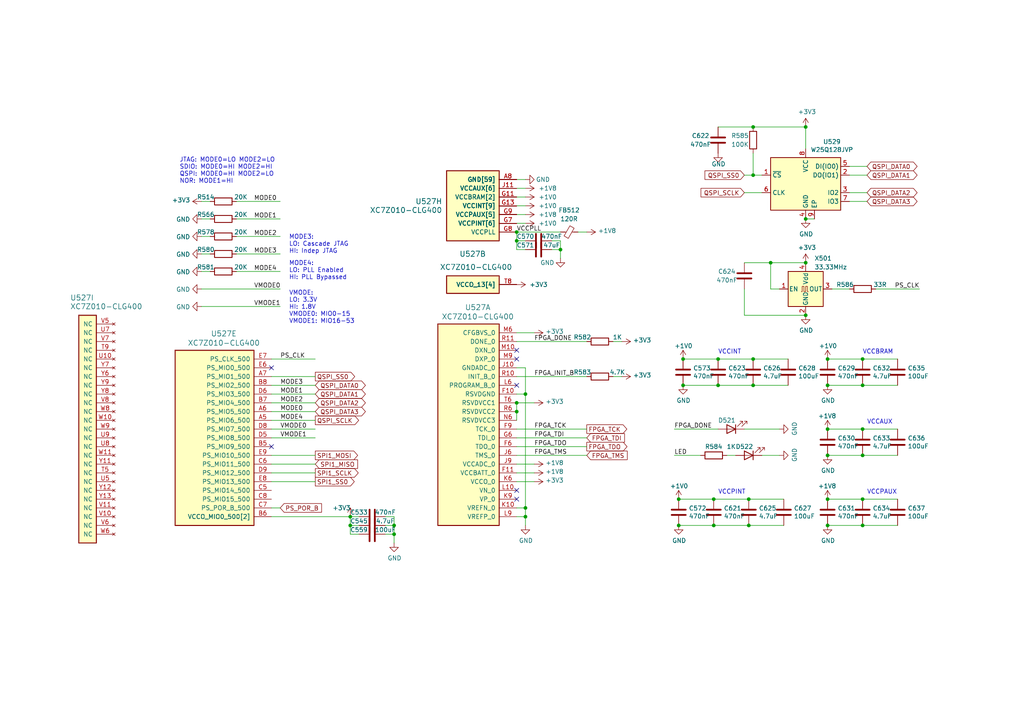
<source format=kicad_sch>
(kicad_sch (version 20231120) (generator "eeschema") (generator_version "8.0")
  (paper "A4")
  (junction (at 207.01 152.4))
  (junction (at 218.44 50.8) (diameter 0.9144))
  (junction (at 250.19 124.46))
  (junction (at 233.68 63.5) (diameter 0.9144))
  (junction (at 218.44 104.14))
  (junction (at 149.86 67.31))
  (junction (at 240.03 132.08))
  (junction (at 233.68 36.83))
  (junction (at 217.17 152.4))
  (junction (at 240.03 111.76))
  (junction (at 240.03 124.46))
  (junction (at 250.19 111.76))
  (junction (at 250.19 104.14))
  (junction (at 240.03 152.4))
  (junction (at 152.4 114.3))
  (junction (at 250.19 144.78))
  (junction (at 152.4 149.86))
  (junction (at 198.12 111.76))
  (junction (at 198.12 104.14))
  (junction (at 152.4 147.32))
  (junction (at 149.86 69.85))
  (junction (at 250.19 152.4))
  (junction (at 162.56 72.39))
  (junction (at 149.86 119.38))
  (junction (at 218.44 36.83) (diameter 0.9144))
  (junction (at 218.44 111.76))
  (junction (at 207.01 144.78))
  (junction (at 114.3 152.4))
  (junction (at 233.68 76.2))
  (junction (at 223.52 76.2))
  (junction (at 240.03 104.14))
  (junction (at 208.28 111.76))
  (junction (at 196.85 152.4))
  (junction (at 233.68 91.44))
  (junction (at 217.17 144.78))
  (junction (at 240.03 144.78))
  (junction (at 250.19 132.08))
  (junction (at 208.28 104.14))
  (junction (at 149.86 116.84))
  (junction (at 101.6 152.4))
  (junction (at 101.6 149.86))
  (junction (at 196.85 144.78))
  (junction (at 114.3 154.94))
  (no_connect (at 78.74 129.54))
  (no_connect (at 149.86 101.6))
  (no_connect (at 149.86 144.78))
  (no_connect (at 149.86 111.76))
  (no_connect (at 78.74 106.68))
  (no_connect (at 149.86 104.14))
  (no_connect (at 149.86 142.24))
  (wire (pts (xy 246.38 48.26) (xy 251.46 48.26)))
  (wire (pts (xy 170.18 129.54) (xy 149.86 129.54)))
  (wire (pts (xy 218.44 36.83) (xy 233.68 36.83)))
  (wire (pts (xy 215.9 76.2) (xy 223.52 76.2)))
  (wire (pts (xy 152.4 147.32) (xy 152.4 149.86)))
  (wire (pts (xy 223.52 76.2) (xy 233.68 76.2)))
  (wire (pts (xy 149.86 67.31) (xy 162.56 67.31)))
  (wire (pts (xy 170.18 99.06) (xy 149.86 99.06)))
  (wire (pts (xy 246.38 50.8) (xy 251.46 50.8)))
  (wire (pts (xy 60.96 63.5) (xy 58.42 63.5)))
  (wire (pts (xy 218.44 111.76) (xy 228.6 111.76)))
  (wire (pts (xy 240.03 124.46) (xy 250.19 124.46)))
  (wire (pts (xy 91.44 124.46) (xy 78.74 124.46)))
  (wire (pts (xy 240.03 104.14) (xy 250.19 104.14)))
  (wire (pts (xy 152.4 106.68) (xy 152.4 114.3)))
  (wire (pts (xy 58.42 83.82) (xy 81.28 83.82)))
  (wire (pts (xy 78.74 147.32) (xy 81.28 147.32)))
  (wire (pts (xy 208.28 104.14) (xy 218.44 104.14)))
  (wire (pts (xy 180.34 109.22) (xy 177.8 109.22)))
  (wire (pts (xy 60.96 78.74) (xy 58.42 78.74)))
  (wire (pts (xy 236.22 63.5) (xy 233.68 63.5)))
  (wire (pts (xy 196.85 144.78) (xy 207.01 144.78)))
  (wire (pts (xy 240.03 144.78) (xy 250.19 144.78)))
  (wire (pts (xy 101.6 152.4) (xy 101.6 154.94)))
  (wire (pts (xy 198.12 111.76) (xy 208.28 111.76)))
  (wire (pts (xy 111.76 152.4) (xy 114.3 152.4)))
  (wire (pts (xy 149.86 62.23) (xy 152.4 62.23)))
  (wire (pts (xy 58.42 58.42) (xy 60.96 58.42)))
  (wire (pts (xy 149.86 137.16) (xy 154.94 137.16)))
  (wire (pts (xy 149.86 119.38) (xy 149.86 116.84)))
  (wire (pts (xy 210.82 132.08) (xy 213.36 132.08)))
  (wire (pts (xy 149.86 114.3) (xy 152.4 114.3)))
  (wire (pts (xy 246.38 83.82) (xy 241.3 83.82)))
  (wire (pts (xy 160.02 72.39) (xy 162.56 72.39)))
  (wire (pts (xy 240.03 111.76) (xy 250.19 111.76)))
  (wire (pts (xy 149.86 57.15) (xy 152.4 57.15)))
  (wire (pts (xy 149.86 139.7) (xy 154.94 139.7)))
  (wire (pts (xy 208.28 36.83) (xy 218.44 36.83)))
  (wire (pts (xy 68.58 78.74) (xy 81.28 78.74)))
  (wire (pts (xy 218.44 50.8) (xy 220.98 50.8)))
  (wire (pts (xy 78.74 134.62) (xy 91.44 134.62)))
  (wire (pts (xy 104.14 152.4) (xy 101.6 152.4)))
  (wire (pts (xy 91.44 111.76) (xy 78.74 111.76)))
  (wire (pts (xy 250.19 132.08) (xy 260.35 132.08)))
  (wire (pts (xy 215.9 83.82) (xy 215.9 91.44)))
  (wire (pts (xy 149.86 59.69) (xy 152.4 59.69)))
  (wire (pts (xy 91.44 104.14) (xy 78.74 104.14)))
  (wire (pts (xy 58.42 68.58) (xy 60.96 68.58)))
  (wire (pts (xy 170.18 109.22) (xy 149.86 109.22)))
  (wire (pts (xy 78.74 139.7) (xy 91.44 139.7)))
  (wire (pts (xy 250.19 124.46) (xy 260.35 124.46)))
  (wire (pts (xy 162.56 69.85) (xy 162.56 72.39)))
  (wire (pts (xy 207.01 152.4) (xy 217.17 152.4)))
  (wire (pts (xy 149.86 52.07) (xy 152.4 52.07)))
  (wire (pts (xy 215.9 91.44) (xy 233.68 91.44)))
  (wire (pts (xy 149.86 121.92) (xy 149.86 119.38)))
  (wire (pts (xy 91.44 127) (xy 78.74 127)))
  (wire (pts (xy 58.42 88.9) (xy 81.28 88.9)))
  (wire (pts (xy 180.34 99.06) (xy 177.8 99.06)))
  (wire (pts (xy 170.18 132.08) (xy 149.86 132.08)))
  (wire (pts (xy 240.03 132.08) (xy 250.19 132.08)))
  (wire (pts (xy 215.9 55.88) (xy 220.98 55.88)))
  (wire (pts (xy 149.86 69.85) (xy 149.86 72.39)))
  (wire (pts (xy 149.86 69.85) (xy 152.4 69.85)))
  (wire (pts (xy 78.74 132.08) (xy 91.44 132.08)))
  (wire (pts (xy 68.58 63.5) (xy 81.28 63.5)))
  (wire (pts (xy 220.98 132.08) (xy 226.06 132.08)))
  (wire (pts (xy 233.68 43.18) (xy 233.68 36.83)))
  (wire (pts (xy 246.38 58.42) (xy 251.46 58.42)))
  (wire (pts (xy 114.3 152.4) (xy 114.3 154.94)))
  (wire (pts (xy 196.85 152.4) (xy 207.01 152.4)))
  (wire (pts (xy 101.6 152.4) (xy 101.6 149.86)))
  (wire (pts (xy 91.44 121.92) (xy 78.74 121.92)))
  (wire (pts (xy 160.02 69.85) (xy 162.56 69.85)))
  (wire (pts (xy 215.9 50.8) (xy 218.44 50.8)))
  (wire (pts (xy 111.76 149.86) (xy 114.3 149.86)))
  (wire (pts (xy 162.56 72.39) (xy 162.56 74.93)))
  (wire (pts (xy 240.03 152.4) (xy 250.19 152.4)))
  (wire (pts (xy 218.44 44.45) (xy 218.44 50.8)))
  (wire (pts (xy 152.4 114.3) (xy 152.4 147.32)))
  (wire (pts (xy 114.3 154.94) (xy 114.3 157.48)))
  (wire (pts (xy 78.74 137.16) (xy 91.44 137.16)))
  (wire (pts (xy 149.86 134.62) (xy 154.94 134.62)))
  (wire (pts (xy 111.76 154.94) (xy 114.3 154.94)))
  (wire (pts (xy 217.17 152.4) (xy 227.33 152.4)))
  (wire (pts (xy 149.86 116.84) (xy 154.94 116.84)))
  (wire (pts (xy 101.6 149.86) (xy 104.14 149.86)))
  (wire (pts (xy 170.18 124.46) (xy 149.86 124.46)))
  (wire (pts (xy 149.86 147.32) (xy 152.4 147.32)))
  (wire (pts (xy 218.44 104.14) (xy 228.6 104.14)))
  (wire (pts (xy 217.17 144.78) (xy 227.33 144.78)))
  (wire (pts (xy 195.58 124.46) (xy 208.28 124.46)))
  (wire (pts (xy 58.42 73.66) (xy 60.96 73.66)))
  (wire (pts (xy 207.01 144.78) (xy 217.17 144.78)))
  (wire (pts (xy 167.64 67.31) (xy 170.18 67.31)))
  (wire (pts (xy 223.52 83.82) (xy 226.06 83.82)))
  (wire (pts (xy 250.19 144.78) (xy 260.35 144.78)))
  (wire (pts (xy 149.86 106.68) (xy 152.4 106.68)))
  (wire (pts (xy 223.52 76.2) (xy 223.52 83.82)))
  (wire (pts (xy 68.58 58.42) (xy 81.28 58.42)))
  (wire (pts (xy 152.4 149.86) (xy 152.4 152.4)))
  (wire (pts (xy 68.58 68.58) (xy 81.28 68.58)))
  (wire (pts (xy 114.3 149.86) (xy 114.3 152.4)))
  (wire (pts (xy 250.19 152.4) (xy 260.35 152.4)))
  (wire (pts (xy 215.9 124.46) (xy 226.06 124.46)))
  (wire (pts (xy 198.12 104.14) (xy 208.28 104.14)))
  (wire (pts (xy 170.18 127) (xy 149.86 127)))
  (wire (pts (xy 149.86 96.52) (xy 154.94 96.52)))
  (wire (pts (xy 149.86 54.61) (xy 152.4 54.61)))
  (wire (pts (xy 91.44 114.3) (xy 78.74 114.3)))
  (wire (pts (xy 91.44 119.38) (xy 78.74 119.38)))
  (wire (pts (xy 91.44 109.22) (xy 78.74 109.22)))
  (wire (pts (xy 246.38 55.88) (xy 251.46 55.88)))
  (wire (pts (xy 149.86 149.86) (xy 152.4 149.86)))
  (wire (pts (xy 101.6 154.94) (xy 104.14 154.94)))
  (wire (pts (xy 266.7 83.82) (xy 254 83.82)))
  (wire (pts (xy 149.86 72.39) (xy 152.4 72.39)))
  (wire (pts (xy 149.86 67.31) (xy 149.86 69.85)))
  (wire (pts (xy 68.58 73.66) (xy 81.28 73.66)))
  (wire (pts (xy 208.28 111.76) (xy 218.44 111.76)))
  (wire (pts (xy 78.74 149.86) (xy 101.6 149.86)))
  (wire (pts (xy 91.44 116.84) (xy 78.74 116.84)))
  (wire (pts (xy 149.86 64.77) (xy 152.4 64.77)))
  (wire (pts (xy 250.19 104.14) (xy 260.35 104.14)))
  (wire (pts (xy 250.19 111.76) (xy 260.35 111.76)))
  (wire (pts (xy 195.58 132.08) (xy 203.2 132.08)))
  (text "VMODE:\nLO: 3.3V\nHI: 1.8V\nVMODE0: MIO0-15\nVMODE1: MIO16-53" (at 83.82 93.98 0) (effects (font (size 1.27 1.27)) (justify left bottom)))
  (text "MODE3:\nLO: Cascade JTAG\nHI: Indep JTAG" (at 83.82 73.66 0) (effects (font (size 1.27 1.27)) (justify left bottom)))
  (text "VCCINT" (at 208.28 102.87 0) (effects (font (size 1.27 1.27)) (justify left bottom)))
  (text "VCCPINT" (at 208.28 143.51 0) (effects (font (size 1.27 1.27)) (justify left bottom)))
  (text "MODE4:\nLO: PLL Enabled\nHI: PLL Bypassed" (at 83.82 81.28 0) (effects (font (size 1.27 1.27)) (justify left bottom)))
  (text "JTAG: MODE0=LO MODE2=LO\nSDIO: MODE0=HI MODE2=HI\nQSPI: MODE0=HI MODE2=LO\nNOR: MODE1=HI" (at 52.07 53.34 0) (effects (font (size 1.27 1.27)) (justify left bottom)))
  (text "VCCBRAM" (at 250.19 102.87 0) (effects (font (size 1.27 1.27)) (justify left bottom)))
  (text "VCCAUX" (at 251.46 123.19 0) (effects (font (size 1.27 1.27)) (justify left bottom)))
  (text "VCCPAUX" (at 251.46 143.51 0) (effects (font (size 1.27 1.27)) (justify left bottom)))
  (label "FPGA_TCK" (at 154.94 124.46 0))
  (label "MODE1" (at 73.66 63.5 0))
  (label "FPGA_DONE" (at 154.94 99.06 0))
  (label "FPGA_TDO" (at 154.94 129.54 0))
  (label "MODE4" (at 81.28 121.92 0))
  (label "MODE1" (at 81.28 114.3 0))
  (label "MODE0" (at 73.66 58.42 0))
  (label "VMODE1" (at 81.28 127 0))
  (label "MODE2" (at 81.28 116.84 0))
  (label "FPGA_TMS" (at 154.94 132.08 0))
  (label "FPGA_DONE" (at 195.58 124.46 0))
  (label "MODE3" (at 81.28 111.76 0))
  (label "FPGA_TDI" (at 154.94 127 0))
  (label "VMODE0" (at 73.66 83.82 0))
  (label "VMODE0" (at 81.28 124.46 0))
  (label "MODE4" (at 73.66 78.74 0))
  (label "MODE0" (at 81.28 119.38 0))
  (label "LED" (at 195.58 132.08 0))
  (label "VMODE1" (at 73.66 88.9 0))
  (label "MODE2" (at 73.66 68.58 0))
  (label "PS_CLK" (at 81.28 104.14 0))
  (label "FPGA_INIT_B" (at 154.94 109.22 0))
  (label "VCCPLL" (at 149.86 67.31 0))
  (label "MODE3" (at 73.66 73.66 0))
  (label "PS_CLK" (at 266.7 83.82 180))
  (global_label "QSPI_SS0" (shape output) (at 91.44 109.22 0) (property "Intersheetrefs" "${INTERSHEET_REFS}" (effects (hide yes))))
  (global_label "QSPI_SCLK" (shape output) (at 91.44 121.92 0) (property "Intersheetrefs" "${INTERSHEET_REFS}" (effects (hide yes))))
  (global_label "QSPI_DATA0" (shape bidirectional) (at 251.46 48.26 0) (property "Intersheetrefs" "${INTERSHEET_REFS}" (effects (hide yes))))
  (global_label "QSPI_SS0" (shape input) (at 215.9 50.8 180) (property "Intersheetrefs" "${INTERSHEET_REFS}" (effects (hide yes))))
  (global_label "QSPI_DATA1" (shape bidirectional) (at 251.46 50.8 0) (property "Intersheetrefs" "${INTERSHEET_REFS}" (effects (hide yes))))
  (global_label "QSPI_DATA3" (shape bidirectional) (at 251.46 58.42 0) (property "Intersheetrefs" "${INTERSHEET_REFS}" (effects (hide yes))))
  (global_label "QSPI_DATA2" (shape bidirectional) (at 91.44 116.84 0) (property "Intersheetrefs" "${INTERSHEET_REFS}" (effects (hide yes))))
  (global_label "SPI1_MISO" (shape input) (at 91.44 134.62 0) (property "Intersheetrefs" "${INTERSHEET_REFS}" (effects (hide yes))))
  (global_label "FPGA_TDO" (shape output) (at 170.18 129.54 0) (property "Intersheetrefs" "${INTERSHEET_REFS}" (effects (hide yes))))
  (global_label "QSPI_SCLK" (shape input) (at 215.9 55.88 180) (property "Intersheetrefs" "${INTERSHEET_REFS}" (effects (hide yes))))
  (global_label "FPGA_TMS" (shape input) (at 170.18 132.08 0) (property "Intersheetrefs" "${INTERSHEET_REFS}" (effects (hide yes))))
  (global_label "FPGA_TDI" (shape input) (at 170.18 127 0) (property "Intersheetrefs" "${INTERSHEET_REFS}" (effects (hide yes))))
  (global_label "QSPI_DATA2" (shape bidirectional) (at 251.46 55.88 0) (property "Intersheetrefs" "${INTERSHEET_REFS}" (effects (hide yes))))
  (global_label "FPGA_TCK" (shape output) (at 170.18 124.46 0) (property "Intersheetrefs" "${INTERSHEET_REFS}" (effects (hide yes))))
  (global_label "PS_POR_B" (shape input) (at 81.28 147.32 0) (property "Intersheetrefs" "${INTERSHEET_REFS}" (effects (hide yes))))
  (global_label "QSPI_DATA3" (shape bidirectional) (at 91.44 119.38 0) (property "Intersheetrefs" "${INTERSHEET_REFS}" (effects (hide yes))))
  (global_label "QSPI_DATA0" (shape bidirectional) (at 91.44 111.76 0) (property "Intersheetrefs" "${INTERSHEET_REFS}" (effects (hide yes))))
  (global_label "QSPI_DATA1" (shape bidirectional) (at 91.44 114.3 0) (property "Intersheetrefs" "${INTERSHEET_REFS}" (effects (hide yes))))
  (global_label "SPI1_SCLK" (shape output) (at 91.44 137.16 0) (property "Intersheetrefs" "${INTERSHEET_REFS}" (effects (hide yes))))
  (global_label "SPI1_SS0" (shape output) (at 91.44 139.7 0) (property "Intersheetrefs" "${INTERSHEET_REFS}" (effects (hide yes))))
  (global_label "SPI1_MOSI" (shape output) (at 91.44 132.08 0) (property "Intersheetrefs" "${INTERSHEET_REFS}" (effects (hide yes))))
  (symbol (lib_id "Device:C") (at 196.85 148.59 0) (unit 1)
    (property "Reference" "C572" (at 199.771 147.4216 0) (effects (justify left)))
    (property "Value" "470nF" (at 199.771 149.733 0) (effects (justify left)))
    (property "Footprint" "Capacitor_SMD:C_0402_1005Metric" (effects (hide yes)))
  )
  (symbol (lib_id "power:GND") (at 58.42 78.74 270) (unit 1)
    (property "Reference" "#PWR0695" (effects (hide yes)))
    (property "Value" "GND" (at 55.1688 78.867 90) (effects (justify right)))
  )
  (symbol (lib_id "Device:C") (at 156.21 72.39 270) (unit 1)
    (property "Reference" "C571" (at 152.4 71.12 90))
    (property "Value" "47uF" (at 160.02 71.12 90))
    (property "Footprint" "Capacitor_SMD:C_0805_2012Metric" (effects (hide yes)))
  )
  (symbol (lib_id "Device:C") (at 260.35 128.27 0) (unit 1)
    (property "Reference" "C636" (at 263.271 127.1016 0) (effects (justify left)))
    (property "Value" "100uF" (at 263.271 129.413 0) (effects (justify left)))
    (property "Footprint" "Capacitor_SMD:C_0805_2012Metric" (effects (hide yes)))
  )
  (symbol (lib_id "power:+1V0") (at 152.4 57.15 270) (unit 1)
    (property "Reference" "#PWR0703" (effects (hide yes)))
    (property "Value" "+1V0" (at 156.21 57.15 90) (effects (justify left)))
  )
  (symbol (lib_id "power:+1V0") (at 198.12 104.14 0) (unit 1)
    (property "Reference" "#PWR0719" (effects (hide yes)))
    (property "Value" "+1V0" (at 195.58 100.33 0) (effects (justify left)))
  )
  (symbol (lib_id "power:+1V0") (at 196.85 144.78 0) (unit 1)
    (property "Reference" "#PWR0717" (effects (hide yes)))
    (property "Value" "+1V0" (at 194.31 140.97 0) (effects (justify left)))
  )
  (symbol (lib_id "Device:C") (at 240.03 107.95 0) (unit 1)
    (property "Reference" "C629" (at 242.951 106.7816 0) (effects (justify left)))
    (property "Value" "470nF" (at 242.951 109.093 0) (effects (justify left)))
    (property "Footprint" "Capacitor_SMD:C_0402_1005Metric" (effects (hide yes)))
  )
  (symbol (lib_id "power:+1V8") (at 152.4 62.23 270) (mirror x) (unit 1)
    (property "Reference" "#PWR0705" (effects (hide yes)))
    (property "Value" "+1V8" (at 156.21 62.23 90) (effects (justify left)))
  )
  (symbol (lib_id "symbols:XC7Z007S-CLG400") (at 78.74 104.14 0) (mirror y) (unit 5)
    (property "Reference" "U527" (at 64.9224 96.774 0) (effects (font (size 1.524 1.524))))
    (property "Value" "XC7Z010-CLG400" (at 64.9224 99.4664 0) (effects (font (size 1.524 1.524))))
    (property "Footprint" "Package_BGA:Xilinx_CLG400" (effects (hide yes)))
    (property "desc" "xc7z007sclg400" (effects (hide yes)))
  )
  (symbol (lib_id "symbols:XC7Z007S-CLG400") (at 149.86 82.55 0) (mirror y) (unit 2)
    (property "Reference" "U527" (at 140.97 73.66 0) (effects (font (size 1.524 1.524)) (justify left)))
    (property "Value" "XC7Z010-CLG400" (at 148.59 77.47 0) (effects (font (size 1.524 1.524)) (justify left)))
    (property "Footprint" "Package_BGA:Xilinx_CLG400" (effects (hide yes)))
    (property "desc" "xc7z007sclg400" (effects (hide yes)))
  )
  (symbol (lib_id "Device:R") (at 173.99 99.06 270) (mirror x) (unit 1)
    (property "Reference" "R582" (at 168.91 97.79 90))
    (property "Value" "1K" (at 179.07 97.79 90))
    (property "Footprint" "Resistor_SMD:R_0402_1005Metric" (effects (hide yes)))
  )
  (symbol (lib_id "power:+1V0") (at 152.4 59.69 270) (unit 1)
    (property "Reference" "#PWR0704" (effects (hide yes)))
    (property "Value" "+1V0" (at 156.21 59.69 90) (effects (justify left)))
  )
  (symbol (lib_id "power:+1V0") (at 152.4 64.77 270) (unit 1)
    (property "Reference" "#PWR0706" (effects (hide yes)))
    (property "Value" "+1V0" (at 156.21 64.77 90) (effects (justify left)))
  )
  (symbol (lib_id "Device:C") (at 198.12 107.95 0) (unit 1)
    (property "Reference" "C573" (at 201.041 106.7816 0) (effects (justify left)))
    (property "Value" "470nF" (at 201.041 109.093 0) (effects (justify left)))
    (property "Footprint" "Capacitor_SMD:C_0402_1005Metric" (effects (hide yes)))
  )
  (symbol (lib_id "power:GND") (at 58.42 83.82 270) (unit 1)
    (property "Reference" "#PWR0696" (effects (hide yes)))
    (property "Value" "GND" (at 55.1688 83.947 90) (effects (justify right)))
  )
  (symbol (lib_id "Device:C") (at 260.35 107.95 0) (unit 1)
    (property "Reference" "C635" (at 263.271 106.7816 0) (effects (justify left)))
    (property "Value" "100uF" (at 263.271 109.093 0) (effects (justify left)))
    (property "Footprint" "Capacitor_SMD:C_0805_2012Metric" (effects (hide yes)))
  )
  (symbol (lib_id "power:GND") (at 240.03 111.76 0) (unit 1)
    (property "Reference" "#PWR0729" (effects (hide yes)))
    (property "Value" "GND" (at 240.157 116.1542 0))
  )
  (symbol (lib_id "power:+1V8") (at 170.18 67.31 270) (mirror x) (unit 1)
    (property "Reference" "#PWR0714" (effects (hide yes)))
    (property "Value" "+1V8" (at 173.4312 66.929 90) (effects (justify left)))
  )
  (symbol (lib_id "power:+3V3") (at 58.42 58.42 90) (unit 1)
    (property "Reference" "#PWR0690" (effects (hide yes)))
    (property "Value" "+3V3" (at 55.1688 58.039 90) (effects (justify left)))
  )
  (symbol (lib_id "power:+1V8") (at 240.03 124.46 0) (mirror y) (unit 1)
    (property "Reference" "#PWR0730" (effects (hide yes)))
    (property "Value" "+1V8" (at 242.57 120.65 0) (effects (justify left)))
  )
  (symbol (lib_id "power:GND") (at 58.42 88.9 270) (unit 1)
    (property "Reference" "#PWR0697" (effects (hide yes)))
    (property "Value" "GND" (at 55.1688 89.027 90) (effects (justify right)))
  )
  (symbol (lib_id "Device:C") (at 240.03 128.27 0) (unit 1)
    (property "Reference" "C630" (at 242.951 127.1016 0) (effects (justify left)))
    (property "Value" "470nF" (at 242.951 129.413 0) (effects (justify left)))
    (property "Footprint" "Capacitor_SMD:C_0402_1005Metric" (effects (hide yes)))
  )
  (symbol (lib_id "power:GND") (at 152.4 152.4 0) (unit 1)
    (property "Reference" "#PWR0707" (effects (hide yes)))
    (property "Value" "GND" (at 152.527 156.7942 0))
  )
  (symbol (lib_id "Device:C") (at 107.95 154.94 270) (unit 1)
    (property "Reference" "C559" (at 104.14 153.67 90))
    (property "Value" "100uF" (at 111.76 153.67 90))
    (property "Footprint" "Capacitor_SMD:C_0805_2012Metric" (effects (hide yes)))
  )
  (symbol (lib_id "power:GND") (at 162.56 74.93 0) (unit 1)
    (property "Reference" "#PWR0713" (effects (hide yes)))
    (property "Value" "GND" (at 158.75 76.2 0))
  )
  (symbol (lib_id "power:+3V3") (at 149.86 82.55 270) (unit 1)
    (property "Reference" "#PWR0700" (effects (hide yes)))
    (property "Value" "+3V3" (at 156.21 82.55 90))
  )
  (symbol (lib_id "power:GND") (at 240.03 152.4 0) (unit 1)
    (property "Reference" "#PWR0733" (effects (hide yes)))
    (property "Value" "GND" (at 240.157 156.7942 0))
  )
  (symbol (lib_id "power:+3V3") (at 154.94 96.52 270) (mirror x) (unit 1)
    (property "Reference" "#PWR0708" (effects (hide yes)))
    (property "Value" "+3V3" (at 158.1912 96.139 90) (effects (justify left)))
  )
  (symbol (lib_id "Device:R") (at 64.77 68.58 90) (unit 1)
    (property "Reference" "R578" (at 59.69 67.31 90))
    (property "Value" "20K" (at 69.85 67.31 90))
    (property "Footprint" "Resistor_SMD:R_0402_1005Metric" (effects (hide yes)))
  )
  (symbol (lib_id "power:GND") (at 208.28 44.45 0) (unit 1)
    (property "Reference" "#PWR0721" (effects (hide yes)))
    (property "Value" "GND" (at 208.407 47.5742 0))
  )
  (symbol (lib_id "power:+3V3") (at 154.94 116.84 270) (mirror x) (unit 1)
    (property "Reference" "#PWR0709" (effects (hide yes)))
    (property "Value" "+3V3" (at 158.1912 116.459 90) (effects (justify left)))
  )
  (symbol (lib_id "Device:R") (at 64.77 63.5 90) (unit 1)
    (property "Reference" "R566" (at 59.69 62.23 90))
    (property "Value" "20K" (at 69.85 62.23 90))
    (property "Footprint" "Resistor_SMD:R_0402_1005Metric" (effects (hide yes)))
  )
  (symbol (lib_id "Device:C") (at 260.35 148.59 0) (unit 1)
    (property "Reference" "C637" (at 263.271 147.4216 0) (effects (justify left)))
    (property "Value" "100uF" (at 263.271 149.733 0) (effects (justify left)))
    (property "Footprint" "Capacitor_SMD:C_0805_2012Metric" (effects (hide yes)))
  )
  (symbol (lib_id "Device:C") (at 107.95 149.86 270) (unit 1)
    (property "Reference" "C533" (at 104.14 148.59 90))
    (property "Value" "470nF" (at 111.76 148.59 90))
    (property "Footprint" "Capacitor_SMD:C_0402_1005Metric" (effects (hide yes)))
  )
  (symbol (lib_id "power:+1V8") (at 240.03 144.78 0) (mirror y) (unit 1)
    (property "Reference" "#PWR0732" (effects (hide yes)))
    (property "Value" "+1V8" (at 242.57 140.97 0) (effects (justify left)))
  )
  (symbol (lib_id "power:GND") (at 58.42 68.58 270) (unit 1)
    (property "Reference" "#PWR0693" (effects (hide yes)))
    (property "Value" "GND" (at 55.1688 68.707 90) (effects (justify right)))
  )
  (symbol (lib_id "Oscillator:ASE-xxxMHz") (at 233.68 83.82 0) (unit 1)
    (property "Reference" "X501" (at 236.22 74.93 0) (effects (justify left)))
    (property "Value" "33.33MHz" (at 236.22 77.47 0) (effects (justify left)))
    (property "Footprint" "Oscillator:Oscillator_SMD_Abracon_ASE-4Pin_3.2x2.5mm" (effects (hide yes)))
    (property "Datasheet" "http://www.abracon.com/Oscillators/ASV.pdf" (effects (hide yes)))
  )
  (symbol (lib_id "power:GND") (at 152.4 52.07 90) (unit 1)
    (property "Reference" "#PWR0701" (effects (hide yes)))
    (property "Value" "GND" (at 157.48 52.07 90))
  )
  (symbol (lib_id "Device:C") (at 218.44 107.95 0) (unit 1)
    (property "Reference" "C626" (at 221.361 106.7816 0) (effects (justify left)))
    (property "Value" "4.7uF" (at 221.361 109.093 0) (effects (justify left)))
    (property "Footprint" "Capacitor_SMD:C_0603_1608Metric" (effects (hide yes)))
  )
  (symbol (lib_id "power:GND") (at 233.68 91.44 0) (unit 1)
    (property "Reference" "#PWR0727" (effects (hide yes)))
    (property "Value" "GND" (at 233.807 95.8342 0))
  )
  (symbol (lib_id "Memory_Flash:W25Q32JVZP") (at 233.68 53.34 0) (unit 1)
    (property "Reference" "U529" (at 241.3 41.123 0))
    (property "Value" "W25Q128JVP" (at 241.3 43.434 0))
    (property "Footprint" "Package_SON:WSON-8-1EP_4x4mm_P0.8mm_EP1.98x3mm" (effects (hide yes)))
    (property "Datasheet" "http://www.winbond.com/resource-files/w25q32jv%20revg%2003272018%20plus.pdf" (effects (hide yes)))
  )
  (symbol (lib_id "Device:R") (at 218.44 40.64 0) (unit 1)
    (property "Reference" "R585" (at 214.63 39.37 0))
    (property "Value" "100K" (at 214.63 41.91 0))
    (property "Footprint" "Resistor_SMD:R_0402_1005Metric" (effects (hide yes)))
  )
  (symbol (lib_id "Device:LED") (at 212.09 124.46 180) (unit 1)
    (property "Reference" "D521" (at 210.82 121.92 0))
    (property "Value" "LED" (effects (hide yes)))
    (property "Footprint" "LED_SMD:LED_0603_1608Metric" (effects (hide yes)))
  )
  (symbol (lib_id "Device:C") (at 208.28 40.64 180) (unit 1)
    (property "Reference" "C622" (at 203.2 39.37 0))
    (property "Value" "470nF" (at 203.2 41.91 0))
    (property "Footprint" "Capacitor_SMD:C_0402_1005Metric" (effects (hide yes)))
  )
  (symbol (lib_id "Device:R") (at 250.19 83.82 90) (unit 1)
    (property "Reference" "R586" (at 245.11 82.55 90))
    (property "Value" "33R" (at 255.27 82.55 90))
    (property "Footprint" "Resistor_SMD:R_0402_1005Metric" (effects (hide yes)))
  )
  (symbol (lib_id "Device:R") (at 64.77 78.74 90) (unit 1)
    (property "Reference" "R581" (at 59.69 77.47 90))
    (property "Value" "20K" (at 69.85 77.47 90))
    (property "Footprint" "Resistor_SMD:R_0402_1005Metric" (effects (hide yes)))
  )
  (symbol (lib_id "power:+1V8") (at 154.94 134.62 270) (mirror x) (unit 1)
    (property "Reference" "#PWR0710" (effects (hide yes)))
    (property "Value" "+1V8" (at 158.1912 134.239 90) (effects (justify left)))
  )
  (symbol (lib_id "Device:R") (at 64.77 58.42 90) (unit 1)
    (property "Reference" "R514" (at 59.69 57.15 90))
    (property "Value" "20K" (at 69.85 57.15 90))
    (property "Footprint" "Resistor_SMD:R_0402_1005Metric" (effects (hide yes)))
  )
  (symbol (lib_id "Device:C") (at 250.19 128.27 0) (unit 1)
    (property "Reference" "C633" (at 253.111 127.1016 0) (effects (justify left)))
    (property "Value" "4.7uF" (at 253.111 129.413 0) (effects (justify left)))
    (property "Footprint" "Capacitor_SMD:C_0603_1608Metric" (effects (hide yes)))
  )
  (symbol (lib_id "Device:FerriteBead_Small") (at 165.1 67.31 90) (unit 1)
    (property "Reference" "FB512" (at 165.0619 60.96 90))
    (property "Value" "120R" (at 165.0619 63.5 90))
    (property "Footprint" "Resistor_SMD:R_0402_1005Metric" (effects (hide yes)))
  )
  (symbol (lib_id "Device:R") (at 64.77 73.66 90) (unit 1)
    (property "Reference" "R580" (at 59.69 72.39 90))
    (property "Value" "20K" (at 69.85 72.39 90))
    (property "Footprint" "Resistor_SMD:R_0402_1005Metric" (effects (hide yes)))
  )
  (symbol (lib_id "Device:C") (at 207.01 148.59 0) (unit 1)
    (property "Reference" "C621" (at 209.931 147.4216 0) (effects (justify left)))
    (property "Value" "470nF" (at 209.931 149.733 0) (effects (justify left)))
    (property "Footprint" "Capacitor_SMD:C_0402_1005Metric" (effects (hide yes)))
  )
  (symbol (lib_id "Device:C") (at 156.21 69.85 270) (unit 1)
    (property "Reference" "C570" (at 152.4 68.58 90))
    (property "Value" "470nF" (at 160.02 68.58 90))
    (property "Footprint" "Capacitor_SMD:C_0402_1005Metric" (effects (hide yes)))
  )
  (symbol (lib_id "Device:C") (at 215.9 80.01 180) (unit 1)
    (property "Reference" "C624" (at 210.82 78.74 0))
    (property "Value" "470nF" (at 210.82 81.28 0))
    (property "Footprint" "Capacitor_SMD:C_0402_1005Metric" (effects (hide yes)))
  )
  (symbol (lib_id "power:+3V3") (at 180.34 99.06 270) (mirror x) (unit 1)
    (property "Reference" "#PWR0715" (effects (hide yes)))
    (property "Value" "+3V3" (at 183.5912 98.679 90) (effects (justify left)))
  )
  (symbol (lib_id "power:GND") (at 226.06 124.46 90) (unit 1)
    (property "Reference" "#PWR0722" (effects (hide yes)))
    (property "Value" "GND" (at 230.4542 124.333 0))
  )
  (symbol (lib_id "Device:C") (at 107.95 152.4 270) (unit 1)
    (property "Reference" "C545" (at 104.14 151.13 90))
    (property "Value" "4.7uF" (at 111.76 151.13 90))
    (property "Footprint" "Capacitor_SMD:C_0603_1608Metric" (effects (hide yes)))
  )
  (symbol (lib_id "Device:C") (at 250.19 148.59 0) (unit 1)
    (property "Reference" "C634" (at 253.111 147.4216 0) (effects (justify left)))
    (property "Value" "4.7uF" (at 253.111 149.733 0) (effects (justify left)))
    (property "Footprint" "Capacitor_SMD:C_0603_1608Metric" (effects (hide yes)))
  )
  (symbol (lib_id "power:+3V3") (at 233.68 76.2 0) (unit 1)
    (property "Reference" "#PWR0726" (effects (hide yes)))
    (property "Value" "+3V3" (at 234.061 71.8058 0))
  )
  (symbol (lib_id "power:+3V3") (at 101.6 149.86 0) (unit 1)
    (property "Reference" "#PWR0698" (effects (hide yes)))
    (property "Value" "+3V3" (at 99.06 147.32 0))
  )
  (symbol (lib_id "Device:R") (at 207.01 132.08 90) (unit 1)
    (property "Reference" "R584" (at 207.01 129.54 90))
    (property "Value" "1K" (at 212.09 129.54 90))
    (property "Footprint" "Resistor_SMD:R_0402_1005Metric" (effects (hide yes)))
  )
  (symbol (lib_id "power:+3V3") (at 180.34 109.22 270) (mirror x) (unit 1)
    (property "Reference" "#PWR0716" (effects (hide yes)))
    (property "Value" "+3V3" (at 183.5912 108.839 90) (effects (justify left)))
  )
  (symbol (lib_id "Device:C") (at 250.19 107.95 0) (unit 1)
    (property "Reference" "C632" (at 253.111 106.7816 0) (effects (justify left)))
    (property "Value" "4.7uF" (at 253.111 109.093 0) (effects (justify left)))
    (property "Footprint" "Capacitor_SMD:C_0603_1608Metric" (effects (hide yes)))
  )
  (symbol (lib_id "power:GND") (at 196.85 152.4 0) (unit 1)
    (property "Reference" "#PWR0718" (effects (hide yes)))
    (property "Value" "GND" (at 196.977 156.7942 0))
  )
  (symbol (lib_id "power:GND") (at 226.06 132.08 90) (unit 1)
    (property "Reference" "#PWR0723" (effects (hide yes)))
    (property "Value" "GND" (at 230.4542 131.953 0))
  )
  (symbol (lib_id "power:GND") (at 233.68 63.5 0) (unit 1)
    (property "Reference" "#PWR0725" (effects (hide yes)))
    (property "Value" "GND" (at 233.807 67.8942 0))
  )
  (symbol (lib_id "power:GND") (at 58.42 63.5 270) (unit 1)
    (property "Reference" "#PWR0692" (effects (hide yes)))
    (property "Value" "GND" (at 55.1688 63.627 90) (effects (justify right)))
  )
  (symbol (lib_id "power:GND") (at 58.42 73.66 270) (unit 1)
    (property "Reference" "#PWR0502" (effects (hide yes)))
    (property "Value" "GND" (at 55.1688 73.787 90) (effects (justify right)))
  )
  (symbol (lib_id "Device:R") (at 173.99 109.22 270) (mirror x) (unit 1)
    (property "Reference" "R583" (at 168.91 107.95 90))
    (property "Value" "4.7K" (at 179.07 107.95 90))
    (property "Footprint" "Resistor_SMD:R_0402_1005Metric" (effects (hide yes)))
  )
  (symbol (lib_id "Device:C") (at 208.28 107.95 0) (unit 1)
    (property "Reference" "C623" (at 211.201 106.7816 0) (effects (justify left)))
    (property "Value" "470nF" (at 211.201 109.093 0) (effects (justify left)))
    (property "Footprint" "Capacitor_SMD:C_0402_1005Metric" (effects (hide yes)))
  )
  (symbol (lib_id "symbols:XC7Z007S-CLG400") (at 149.86 52.07 0) (mirror y) (unit 8)
    (property "Reference" "U527" (at 128.27 58.42 0) (effects (font (size 1.524 1.524)) (justify left)))
    (property "Value" "XC7Z010-CLG400" (at 128.27 60.96 0) (effects (font (size 1.524 1.524)) (justify left)))
    (property "Footprint" "Package_BGA:Xilinx_CLG400" (effects (hide yes)))
    (property "desc" "xc7z007sclg400" (effects (hide yes)))
  )
  (symbol (lib_id "Device:C") (at 240.03 148.59 0) (unit 1)
    (property "Reference" "C631" (at 242.951 147.4216 0) (effects (justify left)))
    (property "Value" "470nF" (at 242.951 149.733 0) (effects (justify left)))
    (property "Footprint" "Capacitor_SMD:C_0402_1005Metric" (effects (hide yes)))
  )
  (symbol (lib_id "Device:LED") (at 217.17 132.08 180) (unit 1)
    (property "Reference" "D522" (at 215.9 129.54 0))
    (property "Value" "LED" (effects (hide yes)))
    (property "Footprint" "LED_SMD:LED_0603_1608Metric" (effects (hide yes)))
  )
  (symbol (lib_id "symbols:XC7Z007S-CLG400") (at 33.02 93.98 0) (mirror y) (unit 9)
    (property "Reference" "U527" (at 20.32 86.36 0) (effects (font (size 1.524 1.524)) (justify right)))
    (property "Value" "XC7Z010-CLG400" (at 20.32 88.9 0) (effects (font (size 1.524 1.524)) (justify right)))
    (property "Footprint" "Package_BGA:Xilinx_CLG400" (effects (hide yes)))
    (property "desc" "xc7z007sclg400" (effects (hide yes)))
  )
  (symbol (lib_id "Device:C") (at 227.33 148.59 0) (unit 1)
    (property "Reference" "C627" (at 230.251 147.4216 0) (effects (justify left)))
    (property "Value" "100uF" (at 230.251 149.733 0) (effects (justify left)))
    (property "Footprint" "Capacitor_SMD:C_0805_2012Metric" (effects (hide yes)))
  )
  (symbol (lib_id "power:+1V8") (at 152.4 54.61 270) (mirror x) (unit 1)
    (property "Reference" "#PWR0702" (effects (hide yes)))
    (property "Value" "+1V8" (at 156.21 54.61 90) (effects (justify left)))
  )
  (symbol (lib_id "power:GND") (at 114.3 157.48 0) (unit 1)
    (property "Reference" "#PWR0699" (effects (hide yes)))
    (property "Value" "GND" (at 114.427 161.8742 0))
  )
  (symbol (lib_id "power:+1V8") (at 154.94 137.16 270) (mirror x) (unit 1)
    (property "Reference" "#PWR0711" (effects (hide yes)))
    (property "Value" "+1V8" (at 158.1912 136.779 90) (effects (justify left)))
  )
  (symbol (lib_id "Device:C") (at 228.6 107.95 0) (unit 1)
    (property "Reference" "C628" (at 231.521 106.7816 0) (effects (justify left)))
    (property "Value" "100uF" (at 231.521 109.093 0) (effects (justify left)))
    (property "Footprint" "Capacitor_SMD:C_0805_2012Metric" (effects (hide yes)))
  )
  (symbol (lib_id "Device:C") (at 217.17 148.59 0) (unit 1)
    (property "Reference" "C625" (at 220.091 147.4216 0) (effects (justify left)))
    (property "Value" "4.7uF" (at 220.091 149.733 0) (effects (justify left)))
    (property "Footprint" "Capacitor_SMD:C_0603_1608Metric" (effects (hide yes)))
  )
  (symbol (lib_id "symbols:XC7Z007S-CLG400") (at 149.86 96.52 0) (mirror y) (unit 1)
    (property "Reference" "U527" (at 138.5824 89.154 0) (effects (font (size 1.524 1.524))))
    (property "Value" "XC7Z010-CLG400" (at 138.5824 91.8464 0) (effects (font (size 1.524 1.524))))
    (property "Footprint" "Package_BGA:Xilinx_CLG400" (effects (hide yes)))
    (property "desc" "xc7z007sclg400" (effects (hide yes)))
  )
  (symbol (lib_id "power:+1V0") (at 240.03 104.14 0) (unit 1)
    (property "Reference" "#PWR0728" (effects (hide yes)))
    (property "Value" "+1V0" (at 237.49 100.33 0) (effects (justify left)))
  )
  (symbol (lib_id "power:+3V3") (at 233.68 36.83 0) (unit 1)
    (property "Reference" "#PWR0724" (effects (hide yes)))
    (property "Value" "+3V3" (at 234.061 32.4358 0))
  )
  (symbol (lib_id "power:+3V3") (at 154.94 139.7 270) (mirror x) (unit 1)
    (property "Reference" "#PWR0712" (effects (hide yes)))
    (property "Value" "+3V3" (at 158.1912 139.319 90) (effects (justify left)))
  )
  (symbol (lib_id "power:GND") (at 198.12 111.76 0) (unit 1)
    (property "Reference" "#PWR0720" (effects (hide yes)))
    (property "Value" "GND" (at 198.247 116.1542 0))
  )
  (symbol (lib_id "power:GND") (at 240.03 132.08 0) (unit 1)
    (property "Reference" "#PWR0731" (effects (hide yes)))
    (property "Value" "GND" (at 240.157 136.4742 0))
  )
)
</source>
